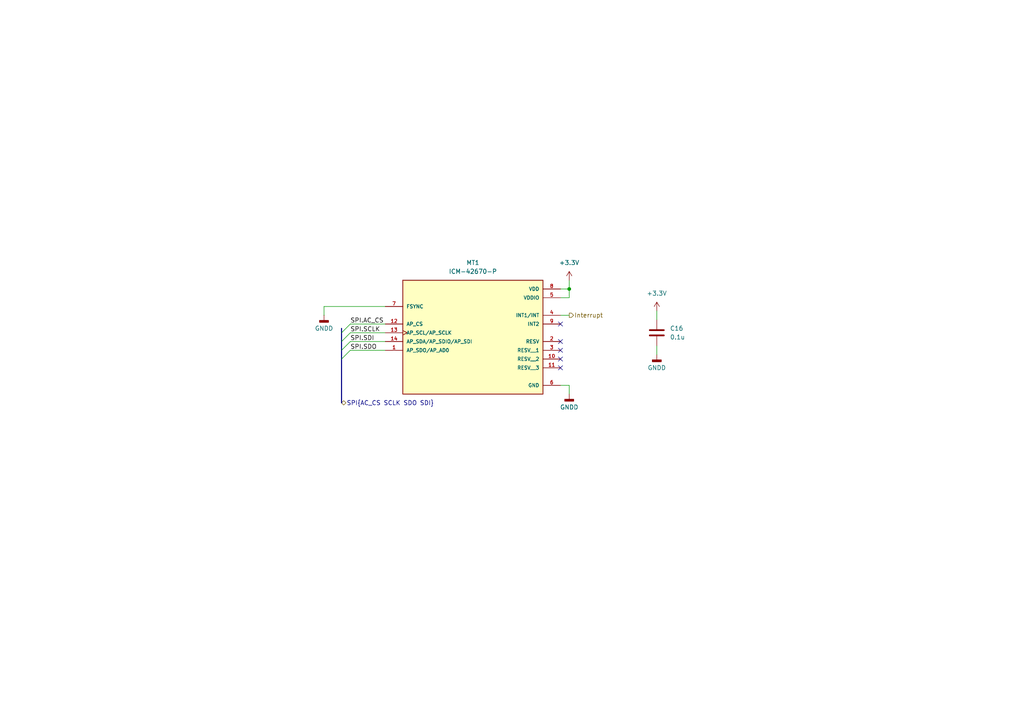
<source format=kicad_sch>
(kicad_sch (version 20231120) (generator "eeschema") (generator_version "8.0")
  (paper "A4")
  (title_block (title "Cycling power meter FYP - Accelerometer and gyroscope") (date "2024-05-14") (rev "V1.0") (company "Monash Human Power - Jotham Gates & Oscar Varney"))
  (lib_symbols
    (symbol "Device:C" (pin_numbers hide) (pin_names (offset 0.254))
      (property "Reference" "C" (at 0.635 2.54 0))
      (property "Value" "C" (at 0.635 -2.54 0))
      (symbol "C_0_1"
        (polyline (pts (xy -2.032 -0.762) (xy 2.032 -0.762)) (stroke (width 0.508)))
        (polyline (pts (xy -2.032 0.762) (xy 2.032 0.762)) (stroke (width 0.508)))
      )
      (symbol "C_1_1"
        (pin passive line (at 0 3.81 270) (length 2.794) (name "~") (number "1"))
        (pin passive line (at 0 -3.81 90) (length 2.794) (name "~") (number "2"))
      )
    )
    (symbol "ICM-42670-P Accelerometer Gyro:ICM-42670-P" (pin_names (offset 1.016))
      (property "Reference" "MT" (at -20.32 13.97 0))
      (property "Value" "ICM-42670-P" (at -20.32 -22.86 0))
      (symbol "ICM-42670-P_0_0"
        (rectangle (start -20.32 -20.32) (end 20.32 12.7) (stroke (width 0.254)) (fill (type background)))
        (pin bidirectional line (at -25.4 -7.62 0) (length 5.08) (name "AP_SDO/AP_AD0") (number "1"))
        (pin passive line (at 25.4 -10.16 180) (length 5.08) (name "RESV__2") (number "10"))
        (pin passive line (at 25.4 -12.7 180) (length 5.08) (name "RESV__3") (number "11"))
        (pin input line (at -25.4 0 0) (length 5.08) (name "AP_CS") (number "12"))
        (pin input clock (at -25.4 -2.54 0) (length 5.08) (name "AP_SCL/AP_SCLK") (number "13"))
        (pin bidirectional line (at -25.4 -5.08 0) (length 5.08) (name "AP_SDA/AP_SDIO/AP_SDI") (number "14"))
        (pin passive line (at 25.4 -5.08 180) (length 5.08) (name "RESV") (number "2"))
        (pin passive line (at 25.4 -7.62 180) (length 5.08) (name "RESV__1") (number "3"))
        (pin output line (at 25.4 2.54 180) (length 5.08) (name "INT1/INT") (number "4"))
        (pin power_in line (at 25.4 7.62 180) (length 5.08) (name "VDDIO") (number "5"))
        (pin power_in line (at 25.4 -17.78 180) (length 5.08) (name "GND") (number "6"))
        (pin input line (at -25.4 5.08 0) (length 5.08) (name "FSYNC") (number "7"))
        (pin power_in line (at 25.4 10.16 180) (length 5.08) (name "VDD") (number "8"))
        (pin output line (at 25.4 0 180) (length 5.08) (name "INT2") (number "9"))
      )
    )
    (symbol "power:+3.3V" (power) (pin_numbers hide) (pin_names (offset 0) hide)
      (property "Value" "+3.3V" (at 0 3.556 0))
      (symbol "+3.3V_0_1"
        (polyline (pts (xy -0.762 1.27) (xy 0 2.54)))
        (polyline (pts (xy 0 0) (xy 0 2.54)))
        (polyline (pts (xy 0 2.54) (xy 0.762 1.27)))
      )
      (symbol "+3.3V_1_1"
        (pin power_in line (at 0 0 90) (length 0) (name "~") (number "1"))
      )
    )
    (symbol "power:GNDD" (power) (pin_numbers hide) (pin_names (offset 0) hide)
      (property "Value" "GNDD" (at 0 -3.175 0))
      (symbol "GNDD_0_1"
        (rectangle (start -1.27 -1.524) (end 1.27 -2.032) (stroke (width 0.254)) (fill (type outline)))
        (polyline (pts (xy 0 0) (xy 0 -1.524)))
      )
      (symbol "GNDD_1_1"
        (pin power_in line (at 0 0 270) (length 0) (name "~") (number "1"))
      )
    )
  )
  (junction (at 165.1 83.82))
  (no_connect (at 162.56 104.14))
  (no_connect (at 162.56 106.68))
  (no_connect (at 162.56 99.06))
  (no_connect (at 162.56 101.6))
  (no_connect (at 162.56 93.98))
  (bus_entry (at 99.06 101.6) (size 2.54 -2.54))
  (bus_entry (at 99.06 104.14) (size 2.54 -2.54))
  (bus_entry (at 99.06 99.06) (size 2.54 -2.54))
  (bus_entry (at 99.06 96.52) (size 2.54 -2.54))
  (wire (pts (xy 162.56 86.36) (xy 165.1 86.36)))
  (wire (pts (xy 190.5 90.17) (xy 190.5 92.71)))
  (wire (pts (xy 101.6 99.06) (xy 111.76 99.06)))
  (wire (pts (xy 101.6 101.6) (xy 111.76 101.6)))
  (wire (pts (xy 101.6 93.98) (xy 111.76 93.98)))
  (bus (pts (xy 99.06 104.14) (xy 99.06 116.84)))
  (wire (pts (xy 165.1 111.76) (xy 165.1 114.3)))
  (wire (pts (xy 93.98 88.9) (xy 93.98 91.44)))
  (bus (pts (xy 99.06 99.06) (xy 99.06 101.6)))
  (wire (pts (xy 101.6 96.52) (xy 111.76 96.52)))
  (wire (pts (xy 162.56 111.76) (xy 165.1 111.76)))
  (wire (pts (xy 190.5 100.33) (xy 190.5 102.87)))
  (wire (pts (xy 162.56 91.44) (xy 165.1 91.44)))
  (wire (pts (xy 165.1 86.36) (xy 165.1 83.82)))
  (wire (pts (xy 165.1 81.28) (xy 165.1 83.82)))
  (bus (pts (xy 99.06 96.52) (xy 99.06 99.06)))
  (wire (pts (xy 165.1 83.82) (xy 162.56 83.82)))
  (bus (pts (xy 99.06 95.25) (xy 99.06 96.52)))
  (bus (pts (xy 99.06 101.6) (xy 99.06 104.14)))
  (wire (pts (xy 111.76 88.9) (xy 93.98 88.9)))
  (label "SPI.AC_CS" (at 101.6 93.98 0))
  (label "SPI.SDO" (at 101.6 101.6 0))
  (label "SPI.SCLK" (at 101.6 96.52 0))
  (label "SPI.SDI" (at 101.6 99.06 0))
  (hierarchical_label "Interrupt" (shape output) (at 165.1 91.44 0))
  (hierarchical_label "SPI{AC_CS SCLK SDO SDI}" (shape bidirectional) (at 99.06 116.84 0))
  (symbol (lib_id "ICM-42670-P Accelerometer Gyro:ICM-42670-P") (at 137.16 93.98 0) (unit 1)
    (property "Reference" "MT1" (at 137.16 76.2 0))
    (property "Value" "ICM-42670-P" (at 137.16 78.74 0))
    (property "Footprint" "ICM-42670-P_AccelGyro:XDCR_ICM-42670-P" (effects (hide yes)))
    (property "Description" "Accelerometer and gyroscope" (effects (hide yes)))
    (property "PARTREV" "1.1" (effects (hide yes)))
    (property "STANDARD" "Manufacturer Recommendations" (effects (hide yes)))
    (property "MAXIMUM_PACKAGE_HEIGHT" "0.81 mm" (effects (hide yes)))
    (property "MANUFACTURER" "TDK InvenSense" (effects (hide yes)))
    (property "PlaceOnSecondary" "No" (effects (hide yes)))
  )
  (symbol (lib_id "power:GNDD") (at 190.5 102.87 0) (unit 1)
    (property "Reference" "#PWR047" (effects (hide yes)))
    (property "Value" "GNDD" (at 190.5 106.68 0))
    (property "Description" "Power symbol creates a global label with name \"GNDD\" , digital ground" (effects (hide yes)))
  )
  (symbol (lib_id "power:+3.3V") (at 190.5 90.17 0) (unit 1)
    (property "Reference" "#PWR046" (effects (hide yes)))
    (property "Value" "+3.3V" (at 190.5 85.09 0))
    (property "Description" "Power symbol creates a global label with name \"+3.3V\"" (effects (hide yes)))
  )
  (symbol (lib_id "power:GNDD") (at 165.1 114.3 0) (unit 1)
    (property "Reference" "#PWR045" (effects (hide yes)))
    (property "Value" "GNDD" (at 165.1 118.11 0))
    (property "Description" "Power symbol creates a global label with name \"GNDD\" , digital ground" (effects (hide yes)))
  )
  (symbol (lib_id "power:+3.3V") (at 165.1 81.28 0) (unit 1)
    (property "Reference" "#PWR044" (effects (hide yes)))
    (property "Value" "+3.3V" (at 165.1 76.2 0))
    (property "Description" "Power symbol creates a global label with name \"+3.3V\"" (effects (hide yes)))
  )
  (symbol (lib_id "Device:C") (at 190.5 96.52 0) (unit 1)
    (property "Reference" "C16" (at 194.31 95.2499 0) (effects (justify left)))
    (property "Value" "0.1u" (at 194.31 97.7899 0) (effects (justify left)))
    (property "Footprint" "Capacitor_SMD:C_0603_1608Metric_Pad1.08x0.95mm_HandSolder" (effects (hide yes)))
    (property "Description" "Unpolarized capacitor" (effects (hide yes)))
    (property "PlaceOnSecondary" "No" (effects (hide yes)))
  )
  (symbol (lib_id "power:GNDD") (at 93.98 91.44 0) (unit 1)
    (property "Reference" "#PWR043" (effects (hide yes)))
    (property "Value" "GNDD" (at 93.98 95.25 0))
    (property "Description" "Power symbol creates a global label with name \"GNDD\" , digital ground" (effects (hide yes)))
  )
)
</source>
